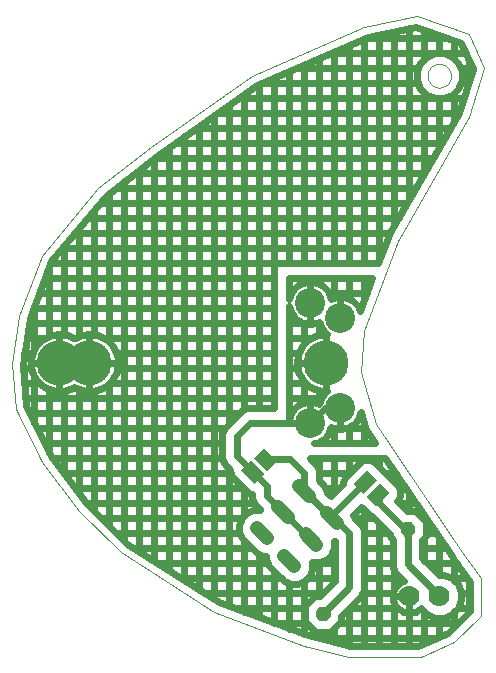
<source format=gtl>
G75*
G70*
%OFA0B0*%
%FSLAX24Y24*%
%IPPOS*%
%LPD*%
%AMOC8*
5,1,8,0,0,1.08239X$1,22.5*
%
%ADD10C,0.0000*%
%ADD11C,0.0700*%
%ADD12R,0.0460X0.0630*%
%ADD13C,0.0096*%
%ADD14C,0.1000*%
%ADD15C,0.1500*%
%ADD16C,0.0475*%
%ADD17C,0.0240*%
D10*
X004565Y004561D02*
X003190Y005936D01*
X001940Y007561D01*
X001065Y009311D01*
X000940Y010811D01*
X001190Y012436D01*
X001940Y014436D01*
X003815Y016686D01*
X005565Y018061D01*
X008940Y020436D01*
X012690Y022061D01*
X014440Y022436D01*
X016190Y021811D01*
X016690Y020686D01*
X016190Y019061D01*
X013815Y014936D01*
X012690Y011936D01*
X012565Y010561D01*
X013065Y008811D01*
X015940Y004561D01*
X016565Y003686D01*
X016565Y002436D01*
X015690Y001561D01*
X014565Y001061D01*
X012190Y001061D01*
X010690Y001436D01*
X007690Y002561D01*
X004565Y004561D01*
X014796Y020436D02*
X014798Y020475D01*
X014804Y020514D01*
X014814Y020552D01*
X014827Y020589D01*
X014844Y020624D01*
X014864Y020658D01*
X014888Y020689D01*
X014915Y020718D01*
X014944Y020744D01*
X014976Y020767D01*
X015010Y020787D01*
X015046Y020803D01*
X015083Y020815D01*
X015122Y020824D01*
X015161Y020829D01*
X015200Y020830D01*
X015239Y020827D01*
X015278Y020820D01*
X015315Y020809D01*
X015352Y020795D01*
X015387Y020777D01*
X015420Y020756D01*
X015451Y020731D01*
X015479Y020704D01*
X015504Y020674D01*
X015526Y020641D01*
X015545Y020607D01*
X015560Y020571D01*
X015572Y020533D01*
X015580Y020495D01*
X015584Y020456D01*
X015584Y020416D01*
X015580Y020377D01*
X015572Y020339D01*
X015560Y020301D01*
X015545Y020265D01*
X015526Y020231D01*
X015504Y020198D01*
X015479Y020168D01*
X015451Y020141D01*
X015420Y020116D01*
X015387Y020095D01*
X015352Y020077D01*
X015315Y020063D01*
X015278Y020052D01*
X015239Y020045D01*
X015200Y020042D01*
X015161Y020043D01*
X015122Y020048D01*
X015083Y020057D01*
X015046Y020069D01*
X015010Y020085D01*
X014976Y020105D01*
X014944Y020128D01*
X014915Y020154D01*
X014888Y020183D01*
X014864Y020214D01*
X014844Y020248D01*
X014827Y020283D01*
X014814Y020320D01*
X014804Y020358D01*
X014798Y020397D01*
X014796Y020436D01*
D11*
X015195Y003086D03*
X014195Y003086D03*
D12*
G36*
X013085Y006084D02*
X012760Y006409D01*
X013205Y006854D01*
X013530Y006529D01*
X013085Y006084D01*
G37*
G36*
X012661Y006508D02*
X012336Y006833D01*
X012781Y007278D01*
X013106Y006953D01*
X012661Y006508D01*
G37*
G36*
X009780Y007589D02*
X009455Y007264D01*
X009010Y007709D01*
X009335Y008034D01*
X009780Y007589D01*
G37*
G36*
X009356Y007165D02*
X009031Y006840D01*
X008586Y007285D01*
X008911Y007610D01*
X009356Y007165D01*
G37*
D13*
X011449Y002533D02*
X011497Y002581D01*
X011497Y002423D01*
X011385Y002311D01*
X011227Y002311D01*
X011115Y002423D01*
X011115Y002581D01*
X011227Y002693D01*
X011385Y002693D01*
X011497Y002581D01*
X011425Y002552D01*
X011425Y002452D01*
X011356Y002383D01*
X011256Y002383D01*
X011187Y002452D01*
X011187Y002552D01*
X011256Y002621D01*
X011356Y002621D01*
X011425Y002552D01*
X011353Y002522D01*
X011353Y002482D01*
X011326Y002455D01*
X011286Y002455D01*
X011259Y002482D01*
X011259Y002522D01*
X011286Y002549D01*
X011326Y002549D01*
X011353Y002522D01*
X014277Y005361D02*
X014325Y005409D01*
X014325Y005251D01*
X014213Y005139D01*
X014055Y005139D01*
X013943Y005251D01*
X013943Y005409D01*
X014055Y005521D01*
X014213Y005521D01*
X014325Y005409D01*
X014253Y005380D01*
X014253Y005280D01*
X014184Y005211D01*
X014084Y005211D01*
X014015Y005280D01*
X014015Y005380D01*
X014084Y005449D01*
X014184Y005449D01*
X014253Y005380D01*
X014181Y005350D01*
X014181Y005310D01*
X014154Y005283D01*
X014114Y005283D01*
X014087Y005310D01*
X014087Y005350D01*
X014114Y005377D01*
X014154Y005377D01*
X014181Y005350D01*
D14*
X011880Y009371D03*
X010880Y008871D03*
X011880Y012371D03*
X010880Y012871D03*
D15*
X011401Y010871D03*
X003527Y010871D03*
X002527Y010871D03*
D16*
X009106Y005356D02*
X009441Y005020D01*
X010025Y004437D02*
X010361Y004101D01*
X011068Y004808D02*
X010732Y005144D01*
X010149Y005728D02*
X009813Y006063D01*
X010520Y006770D02*
X010856Y006435D01*
X011439Y005851D02*
X011775Y005515D01*
D17*
X004190Y005445D02*
X004190Y010190D01*
X004186Y010186D02*
X009690Y010186D01*
X009690Y010686D02*
X004460Y010686D01*
X004465Y010711D02*
X004477Y010817D01*
X004477Y010871D01*
X004477Y010924D01*
X004465Y011030D01*
X004442Y011134D01*
X004406Y011235D01*
X004360Y011331D01*
X004303Y011421D01*
X004237Y011505D01*
X004161Y011580D01*
X004078Y011647D01*
X003988Y011704D01*
X003892Y011750D01*
X003791Y011785D01*
X003687Y011809D01*
X003581Y011821D01*
X003528Y011821D01*
X003528Y010871D01*
X004477Y010871D01*
X003528Y010871D01*
X003528Y010871D01*
X003527Y010871D01*
X003527Y010871D01*
X003477Y010871D01*
X002528Y010871D01*
X002528Y010871D01*
X003477Y010871D01*
X003527Y010871D01*
X003527Y011821D01*
X003474Y011821D01*
X003368Y011809D01*
X003264Y011785D01*
X003163Y011750D01*
X003067Y011704D01*
X003027Y011679D01*
X002988Y011704D01*
X002892Y011750D01*
X002791Y011785D01*
X002687Y011809D01*
X002581Y011821D01*
X002528Y011821D01*
X002528Y010871D01*
X002527Y010871D01*
X002527Y010871D01*
X001577Y010871D01*
X001577Y010924D01*
X001589Y011030D01*
X001613Y011134D01*
X001648Y011235D01*
X001695Y011331D01*
X001751Y011421D01*
X001818Y011505D01*
X001893Y011580D01*
X001977Y011647D01*
X002067Y011704D01*
X002163Y011750D01*
X002264Y011785D01*
X002368Y011809D01*
X002474Y011821D01*
X002527Y011821D01*
X002527Y010871D01*
X001577Y010871D01*
X001577Y010817D01*
X001589Y010711D01*
X001613Y010607D01*
X001648Y010507D01*
X001695Y010411D01*
X001751Y010320D01*
X001818Y010237D01*
X001893Y010161D01*
X001977Y010095D01*
X002067Y010038D01*
X002163Y009992D01*
X002264Y009956D01*
X002368Y009933D01*
X002474Y009921D01*
X002527Y009921D01*
X002527Y010870D01*
X002528Y010870D01*
X002528Y009921D01*
X002581Y009921D01*
X002687Y009933D01*
X002791Y009956D01*
X002892Y009992D01*
X002988Y010038D01*
X003027Y010063D01*
X003067Y010038D01*
X003163Y009992D01*
X003264Y009956D01*
X003368Y009933D01*
X003474Y009921D01*
X003527Y009921D01*
X003527Y010870D01*
X003528Y010870D01*
X003528Y009921D01*
X003581Y009921D01*
X003687Y009933D01*
X003791Y009956D01*
X003892Y009992D01*
X003988Y010038D01*
X004078Y010095D01*
X004161Y010161D01*
X004237Y010237D01*
X004303Y010320D01*
X004360Y010411D01*
X004406Y010507D01*
X004442Y010607D01*
X004465Y010711D01*
X004190Y010871D02*
X004190Y010871D01*
X004424Y011186D02*
X009690Y011186D01*
X009690Y011686D02*
X004016Y011686D01*
X004190Y011551D02*
X004190Y016523D01*
X004067Y016426D02*
X005780Y017772D01*
X009117Y020120D01*
X012801Y021716D01*
X014416Y022062D01*
X015924Y021524D01*
X016307Y020663D01*
X015858Y019205D01*
X013524Y015151D01*
X013503Y015129D01*
X013489Y015090D01*
X013468Y015053D01*
X013464Y015023D01*
X013150Y014186D01*
X002231Y014186D01*
X002256Y014252D02*
X004067Y016426D01*
X004398Y016686D02*
X014407Y016686D01*
X014190Y016309D02*
X014190Y022014D01*
X014690Y021964D02*
X014690Y021002D01*
X014763Y021075D02*
X014551Y020863D01*
X014437Y020586D01*
X014437Y020286D01*
X014551Y020009D01*
X014763Y019797D01*
X015040Y019682D01*
X015340Y019682D01*
X015617Y019797D01*
X015829Y020009D01*
X015944Y020286D01*
X015944Y020586D01*
X015829Y020863D01*
X015617Y021075D01*
X015340Y021189D01*
X015040Y021189D01*
X014763Y021075D01*
X015031Y021186D02*
X011576Y021186D01*
X011690Y021235D02*
X011690Y014186D01*
X011690Y013686D02*
X011690Y013045D01*
X011655Y013035D02*
X011570Y013000D01*
X011569Y013000D01*
X011568Y013008D01*
X011544Y013096D01*
X011509Y013181D01*
X011463Y013261D01*
X011408Y013333D01*
X011343Y013398D01*
X011270Y013454D01*
X011190Y013500D01*
X011190Y013686D01*
X011106Y013535D02*
X011017Y013559D01*
X010926Y013571D01*
X010880Y013571D01*
X010880Y012871D01*
X010880Y012871D01*
X010880Y013571D01*
X010834Y013571D01*
X010743Y013559D01*
X010655Y013535D01*
X010570Y013500D01*
X010490Y013454D01*
X010418Y013398D01*
X010353Y013333D01*
X010297Y013261D01*
X010251Y013181D01*
X010216Y013096D01*
X010192Y013008D01*
X010190Y012993D01*
X010190Y013686D01*
X012962Y013686D01*
X012548Y012582D01*
X012544Y012596D01*
X012509Y012681D01*
X012463Y012761D01*
X012408Y012833D01*
X012343Y012898D01*
X012270Y012954D01*
X012190Y013000D01*
X012190Y013686D01*
X012190Y014186D02*
X012190Y021452D01*
X012690Y021669D02*
X012690Y014186D01*
X012690Y013686D02*
X012690Y012961D01*
X012775Y013186D02*
X011507Y013186D01*
X011655Y013035D02*
X011743Y013059D01*
X011834Y013071D01*
X011880Y013071D01*
X011880Y012371D01*
X011880Y012371D01*
X011880Y013071D01*
X011926Y013071D01*
X012017Y013059D01*
X012106Y013035D01*
X012190Y013000D01*
X012507Y012686D02*
X012587Y012686D01*
X011880Y012686D02*
X011880Y012686D01*
X011251Y012061D02*
X011297Y011981D01*
X011353Y011908D01*
X011418Y011843D01*
X011447Y011821D01*
X011402Y011821D01*
X011402Y010871D01*
X011401Y010871D01*
X011401Y010871D01*
X010451Y010871D01*
X010451Y010924D01*
X010463Y011030D01*
X010487Y011134D01*
X010522Y011235D01*
X010569Y011331D01*
X010625Y011421D01*
X010692Y011505D01*
X010767Y011580D01*
X010851Y011647D01*
X010941Y011704D01*
X011037Y011750D01*
X011138Y011785D01*
X011242Y011809D01*
X011348Y011821D01*
X011401Y011821D01*
X011401Y010871D01*
X010451Y010871D01*
X010451Y010817D01*
X010463Y010711D01*
X010487Y010607D01*
X010522Y010507D01*
X010569Y010411D01*
X010625Y010320D01*
X010692Y010237D01*
X010767Y010161D01*
X010851Y010095D01*
X010941Y010038D01*
X011037Y009992D01*
X011138Y009956D01*
X011242Y009933D01*
X011348Y009921D01*
X011401Y009921D01*
X011401Y010870D01*
X011402Y010870D01*
X011402Y009921D01*
X011447Y009921D01*
X011418Y009898D01*
X011353Y009833D01*
X011297Y009761D01*
X011251Y009681D01*
X011216Y009596D01*
X011192Y009508D01*
X011191Y009500D01*
X011190Y009500D01*
X011190Y009945D01*
X011254Y009686D02*
X010190Y009686D01*
X010418Y009398D02*
X010353Y009333D01*
X010297Y009261D01*
X010251Y009181D01*
X010216Y009096D01*
X010192Y009008D01*
X010190Y008993D01*
X010190Y012749D01*
X010192Y012734D01*
X010216Y012645D01*
X010251Y012561D01*
X010297Y012481D01*
X010353Y012408D01*
X010418Y012343D01*
X010490Y012288D01*
X010570Y012242D01*
X010655Y012207D01*
X010743Y012183D01*
X010834Y012171D01*
X010880Y012171D01*
X010880Y012870D01*
X010880Y012870D01*
X010880Y012171D01*
X010926Y012171D01*
X011017Y012183D01*
X011106Y012207D01*
X011190Y012242D01*
X011190Y011797D01*
X011401Y011686D02*
X011402Y011686D01*
X011251Y012061D02*
X011216Y012145D01*
X011192Y012234D01*
X011191Y012242D01*
X011190Y012242D01*
X011205Y012186D02*
X011028Y012186D01*
X010880Y012186D02*
X010880Y012186D01*
X010732Y012186D02*
X010190Y012186D01*
X010190Y012686D02*
X010205Y012686D01*
X010190Y012749D02*
X010190Y008993D01*
X010190Y009186D02*
X010254Y009186D01*
X010418Y009398D02*
X010490Y009454D01*
X010570Y009500D01*
X010655Y009535D01*
X010743Y009559D01*
X010834Y009571D01*
X010880Y009571D01*
X010880Y008871D01*
X011380Y009371D01*
X011880Y009371D01*
X011370Y009371D01*
X011370Y009371D01*
X011880Y009371D01*
X011880Y009371D01*
X011880Y009370D02*
X011880Y009370D01*
X011880Y008671D01*
X011834Y008671D01*
X011743Y008683D01*
X011655Y008707D01*
X011570Y008742D01*
X011569Y008742D01*
X011568Y008734D01*
X011544Y008645D01*
X011509Y008561D01*
X011463Y008481D01*
X011408Y008408D01*
X011343Y008343D01*
X011270Y008288D01*
X011190Y008242D01*
X011190Y008186D01*
X011190Y008242D02*
X011106Y008207D01*
X011028Y008186D01*
X013053Y008186D01*
X011028Y008186D01*
X010880Y008871D02*
X008875Y008871D01*
X008440Y008436D01*
X008440Y007755D01*
X008971Y007225D01*
X009440Y006755D01*
X009440Y006436D01*
X009981Y005895D01*
X009981Y005895D01*
X010900Y004976D01*
X010958Y004211D02*
X011187Y004211D01*
X011406Y004302D01*
X011574Y004470D01*
X011665Y004689D01*
X011665Y004918D01*
X011710Y004918D01*
X011710Y003585D01*
X011227Y003101D01*
X011057Y003101D01*
X010706Y002750D01*
X010706Y002253D01*
X011057Y001902D01*
X011555Y001902D01*
X011906Y002253D01*
X011906Y002423D01*
X012597Y003114D01*
X012670Y003290D01*
X012670Y003481D01*
X012670Y005281D01*
X012597Y005458D01*
X012462Y005593D01*
X012338Y005717D01*
X012304Y005798D01*
X012583Y006076D01*
X012881Y005778D01*
X012946Y005751D01*
X013535Y005163D01*
X013535Y005081D01*
X013654Y004962D01*
X013654Y004242D01*
X013654Y004051D01*
X013728Y003875D01*
X014001Y003601D01*
X013984Y003596D01*
X013907Y003556D01*
X013837Y003505D01*
X013776Y003444D01*
X013725Y003374D01*
X013686Y003297D01*
X013659Y003215D01*
X013645Y003129D01*
X013645Y003086D01*
X014195Y003086D01*
X014195Y003086D01*
X013645Y003086D01*
X013645Y003043D01*
X013659Y002957D01*
X013686Y002875D01*
X013725Y002798D01*
X013776Y002728D01*
X013837Y002666D01*
X013907Y002615D01*
X013984Y002576D01*
X014066Y002549D01*
X014152Y002536D01*
X014195Y002536D01*
X014195Y003085D01*
X014195Y003085D01*
X014195Y002536D01*
X014239Y002536D01*
X014324Y002549D01*
X014406Y002576D01*
X014483Y002615D01*
X014554Y002666D01*
X014587Y002700D01*
X014593Y002684D01*
X014793Y002484D01*
X015054Y002376D01*
X015336Y002376D01*
X015597Y002484D01*
X015797Y002684D01*
X015905Y002945D01*
X015905Y003227D01*
X015797Y003488D01*
X015597Y003688D01*
X015336Y003796D01*
X015164Y003796D01*
X014614Y004345D01*
X014614Y004962D01*
X014734Y005081D01*
X014734Y005579D01*
X014383Y005930D01*
X014125Y005930D01*
X013783Y006272D01*
X013835Y006325D01*
X013890Y006457D01*
X013890Y006600D01*
X013835Y006733D01*
X013409Y007159D01*
X013409Y007159D01*
X012985Y007583D01*
X012852Y007638D01*
X012709Y007638D01*
X012577Y007583D01*
X012030Y007037D01*
X011975Y006904D01*
X011975Y006826D01*
X011586Y006437D01*
X011558Y006449D01*
X011520Y006449D01*
X011453Y006516D01*
X011453Y006553D01*
X011362Y006773D01*
X011170Y006965D01*
X011170Y007281D01*
X011097Y007458D01*
X010962Y007593D01*
X010869Y007686D01*
X013392Y007686D01*
X015605Y004414D01*
X015606Y004410D01*
X015645Y004355D01*
X015682Y004300D01*
X015686Y004297D01*
X016205Y003570D01*
X016205Y002585D01*
X015483Y001863D01*
X014489Y001421D01*
X012235Y001421D01*
X010797Y001780D01*
X007852Y002884D01*
X004792Y004843D01*
X003461Y006174D01*
X002247Y007753D01*
X001418Y009410D01*
X001302Y010798D01*
X001540Y012344D01*
X002256Y014252D01*
X002190Y014077D02*
X002190Y011759D01*
X002039Y011686D02*
X001439Y011686D01*
X001690Y011322D02*
X001690Y012744D01*
X001668Y012686D02*
X009690Y012686D01*
X009690Y013186D02*
X001856Y013186D01*
X002043Y013686D02*
X009690Y013686D01*
X009690Y014186D02*
X009690Y020369D01*
X009269Y020186D02*
X014478Y020186D01*
X014690Y019870D02*
X014690Y017177D01*
X014695Y017186D02*
X005034Y017186D01*
X005190Y017308D02*
X005190Y004588D01*
X005038Y004686D02*
X008931Y004686D01*
X009103Y004514D02*
X009323Y004423D01*
X009427Y004423D01*
X009427Y004318D01*
X009518Y004099D01*
X010022Y003595D01*
X010242Y003504D01*
X010479Y003504D01*
X010699Y003595D01*
X010867Y003763D01*
X010958Y003982D01*
X010958Y004211D01*
X010958Y004186D02*
X011710Y004186D01*
X011710Y003686D02*
X010790Y003686D01*
X010690Y003591D02*
X010690Y001820D01*
X010773Y002186D02*
X009715Y002186D01*
X009690Y002195D02*
X009690Y003927D01*
X009482Y004186D02*
X005819Y004186D01*
X005690Y004268D02*
X005690Y017701D01*
X005671Y017686D02*
X014983Y017686D01*
X015190Y018045D02*
X015190Y019682D01*
X015031Y019686D02*
X008500Y019686D01*
X008690Y019820D02*
X008690Y009314D01*
X008603Y009278D02*
X008780Y009351D01*
X009690Y009351D01*
X009690Y014186D01*
X013150Y014186D01*
X013190Y014294D02*
X013190Y021800D01*
X012730Y021686D02*
X015470Y021686D01*
X015190Y021786D02*
X015190Y021189D01*
X015349Y021186D02*
X016074Y021186D01*
X016190Y020924D02*
X016190Y020285D01*
X016160Y020186D02*
X015902Y020186D01*
X015690Y019870D02*
X015690Y018914D01*
X015559Y018686D02*
X007079Y018686D01*
X007190Y018764D02*
X007190Y003308D01*
X007381Y003186D02*
X011311Y003186D01*
X011190Y003101D02*
X011190Y004212D01*
X011664Y004686D02*
X011710Y004686D01*
X011690Y004918D02*
X011690Y003565D01*
X012190Y003386D02*
X011306Y002502D01*
X011690Y002037D02*
X011690Y001557D01*
X011190Y001682D02*
X011190Y001902D01*
X011174Y001686D02*
X015085Y001686D01*
X015190Y001733D02*
X015190Y002376D01*
X015690Y002577D02*
X015690Y002070D01*
X015806Y002186D02*
X011839Y002186D01*
X012169Y002686D02*
X013817Y002686D01*
X013690Y002865D02*
X013690Y001421D01*
X013190Y001421D02*
X013190Y005507D01*
X013011Y005686D02*
X012369Y005686D01*
X012690Y005969D02*
X012690Y001421D01*
X012190Y001432D02*
X012190Y002707D01*
X012627Y003186D02*
X013654Y003186D01*
X013690Y003086D02*
X013690Y003086D01*
X013690Y003306D02*
X013690Y003965D01*
X013654Y004186D02*
X012670Y004186D01*
X012670Y003686D02*
X013916Y003686D01*
X014134Y004147D02*
X015195Y003086D01*
X015599Y003686D02*
X016123Y003686D01*
X016190Y003591D02*
X016190Y002570D01*
X016205Y002686D02*
X015798Y002686D01*
X015905Y003186D02*
X016205Y003186D01*
X015690Y003595D02*
X015690Y004291D01*
X015766Y004186D02*
X014774Y004186D01*
X014690Y004270D02*
X014690Y005037D01*
X014734Y005186D02*
X015083Y005186D01*
X015190Y005027D02*
X015190Y003796D01*
X015421Y004686D02*
X014614Y004686D01*
X014134Y004147D02*
X014134Y005330D01*
X014046Y005330D01*
X013190Y006186D01*
X013190Y006423D01*
X013145Y006469D01*
X012721Y006893D02*
X011693Y005865D01*
X011693Y005683D01*
X012190Y005186D01*
X012190Y003386D01*
X012670Y004686D02*
X013654Y004686D01*
X013511Y005186D02*
X012670Y005186D01*
X011693Y005683D02*
X011607Y005683D01*
X010688Y006603D01*
X010690Y006605D01*
X010690Y007186D01*
X010227Y007649D01*
X009395Y007649D01*
X008675Y006686D02*
X003067Y006686D01*
X003190Y006526D02*
X003190Y009982D01*
X003527Y010186D02*
X003528Y010186D01*
X003690Y009934D02*
X003690Y005945D01*
X003452Y006186D02*
X009024Y006186D01*
X009033Y006164D02*
X009168Y006029D01*
X009215Y005982D01*
X009215Y005954D01*
X008987Y005954D01*
X008767Y005863D01*
X008599Y005695D01*
X008508Y005475D01*
X008508Y005237D01*
X008599Y005018D01*
X009103Y004514D01*
X009190Y004478D02*
X009190Y002383D01*
X008690Y002570D02*
X008690Y004927D01*
X008529Y005186D02*
X004449Y005186D01*
X004690Y004945D02*
X004690Y016916D01*
X003867Y016186D02*
X014120Y016186D01*
X013832Y015686D02*
X003450Y015686D01*
X003690Y015974D02*
X003690Y011808D01*
X003528Y011686D02*
X003527Y011686D01*
X003190Y011759D02*
X003190Y015374D01*
X003034Y015186D02*
X013544Y015186D01*
X013690Y015440D02*
X013690Y021907D01*
X014478Y020686D02*
X010422Y020686D01*
X010690Y020802D02*
X010690Y014186D01*
X010690Y013686D02*
X010690Y013545D01*
X010880Y013186D02*
X010880Y013186D01*
X011106Y013535D02*
X011190Y013500D01*
X011190Y014186D02*
X011190Y021019D01*
X010190Y020585D02*
X010190Y014186D01*
X010190Y013686D02*
X010190Y012993D01*
X010190Y013186D02*
X010254Y013186D01*
X010880Y012686D02*
X010880Y012686D01*
X010690Y012197D02*
X010690Y011503D01*
X010913Y011686D02*
X010190Y011686D01*
X010190Y011186D02*
X010505Y011186D01*
X010690Y010871D02*
X010690Y010871D01*
X010469Y010686D02*
X010190Y010686D01*
X010190Y010186D02*
X010743Y010186D01*
X010690Y010239D02*
X010690Y009545D01*
X010880Y009571D02*
X010880Y008871D01*
X010880Y008871D01*
X010880Y009186D02*
X010880Y009186D01*
X010880Y009571D02*
X010926Y009571D01*
X011017Y009559D01*
X011106Y009535D01*
X011190Y009500D01*
X011690Y009371D02*
X011690Y009371D01*
X011880Y009370D02*
X011880Y008671D01*
X011926Y008671D01*
X012017Y008683D01*
X012106Y008707D01*
X012190Y008742D01*
X012190Y008186D01*
X012690Y008186D02*
X012690Y008813D01*
X012715Y008725D02*
X012727Y008668D01*
X012735Y008657D01*
X012739Y008643D01*
X012775Y008598D01*
X013053Y008186D01*
X012723Y008686D02*
X012028Y008686D01*
X011880Y008686D02*
X011880Y008686D01*
X011732Y008686D02*
X011555Y008686D01*
X011690Y008697D02*
X011690Y008186D01*
X011690Y007686D02*
X011690Y006541D01*
X011835Y006686D02*
X011398Y006686D01*
X011190Y006945D02*
X011190Y007686D01*
X010962Y007593D02*
X010962Y007593D01*
X011170Y007186D02*
X012179Y007186D01*
X012190Y007197D02*
X012190Y007686D01*
X012690Y007686D02*
X012690Y007631D01*
X013190Y007686D02*
X013190Y007378D01*
X013382Y007186D02*
X013730Y007186D01*
X013690Y007244D02*
X013690Y006878D01*
X013855Y006686D02*
X014068Y006686D01*
X014190Y006505D02*
X014190Y005930D01*
X014406Y006186D02*
X013869Y006186D01*
X014627Y005686D02*
X014745Y005686D01*
X014690Y005623D02*
X014690Y005766D01*
X014190Y003086D02*
X014190Y003086D01*
X014195Y002686D02*
X014195Y002686D01*
X014190Y002536D02*
X014190Y001421D01*
X014690Y001510D02*
X014690Y002587D01*
X014592Y002686D02*
X014573Y002686D01*
X010706Y002686D02*
X008382Y002686D01*
X008190Y002758D02*
X008190Y007326D01*
X008225Y007291D02*
X008225Y007213D01*
X008280Y007081D01*
X008827Y006534D01*
X008959Y006480D01*
X008960Y006480D01*
X008960Y006340D01*
X009033Y006164D01*
X009190Y006007D02*
X009190Y005954D01*
X008690Y005786D02*
X008690Y006671D01*
X008237Y007186D02*
X002683Y007186D01*
X002690Y007176D02*
X002690Y009934D01*
X002528Y010186D02*
X002527Y010186D01*
X002190Y009982D02*
X002190Y007866D01*
X002298Y007686D02*
X007960Y007686D01*
X007960Y007660D02*
X008033Y007483D01*
X008225Y007291D01*
X007960Y007660D02*
X007960Y007851D01*
X007960Y008531D01*
X008033Y008708D01*
X008168Y008843D01*
X008468Y009143D01*
X008603Y009278D01*
X008511Y009186D02*
X001530Y009186D01*
X001690Y008866D02*
X001690Y010420D01*
X001595Y010686D02*
X001312Y010686D01*
X001690Y010871D02*
X001690Y010871D01*
X001631Y011186D02*
X001362Y011186D01*
X001354Y010186D02*
X001869Y010186D01*
X001395Y009686D02*
X009690Y009686D01*
X009190Y009351D02*
X009190Y020152D01*
X008190Y019468D02*
X008190Y008865D01*
X008024Y008686D02*
X001780Y008686D01*
X002030Y008186D02*
X007960Y008186D01*
X008595Y005686D02*
X003949Y005686D01*
X006190Y003948D02*
X006190Y018060D01*
X006368Y018186D02*
X015271Y018186D01*
X015847Y019186D02*
X007789Y019186D01*
X007690Y019116D02*
X007690Y002988D01*
X006690Y003628D02*
X006690Y018412D01*
X002690Y014774D02*
X002690Y011808D01*
X002528Y011686D02*
X002527Y011686D01*
X003016Y011686D02*
X003039Y011686D01*
X003527Y011186D02*
X003528Y011186D01*
X003690Y010871D02*
X003690Y010871D01*
X003528Y010686D02*
X003527Y010686D01*
X003190Y010871D02*
X003190Y010871D01*
X002690Y010871D02*
X002690Y010871D01*
X002528Y010686D02*
X002527Y010686D01*
X002190Y010871D02*
X002190Y010871D01*
X002527Y011186D02*
X002528Y011186D01*
X001516Y012186D02*
X009690Y012186D01*
X011190Y010871D02*
X011190Y010871D01*
X011401Y010686D02*
X011402Y010686D01*
X011401Y011186D02*
X011402Y011186D01*
X011401Y010186D02*
X011402Y010186D01*
X011880Y009186D02*
X011880Y009186D01*
X012190Y008742D02*
X012270Y008788D01*
X012343Y008843D01*
X012408Y008908D01*
X012463Y008981D01*
X012509Y009061D01*
X012544Y009145D01*
X012568Y009234D01*
X012569Y009238D01*
X012715Y008725D01*
X012584Y009186D02*
X012555Y009186D01*
X013337Y014686D02*
X002617Y014686D01*
X006600Y003686D02*
X009931Y003686D01*
X010190Y003525D02*
X010190Y002008D01*
X015349Y019686D02*
X016006Y019686D01*
X015902Y020686D02*
X016296Y020686D01*
X015690Y021002D02*
X015690Y021607D01*
M02*

</source>
